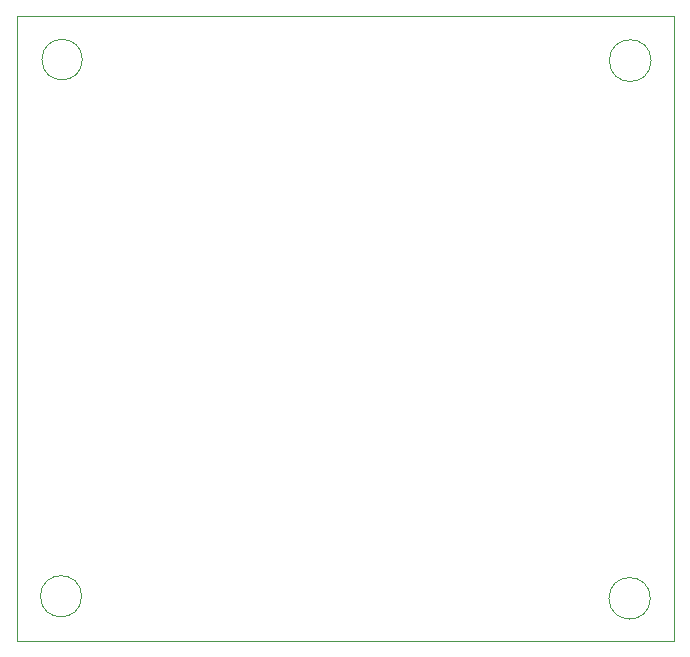
<source format=gbr>
%TF.GenerationSoftware,KiCad,Pcbnew,9.0.5*%
%TF.CreationDate,2025-11-11T16:31:38-05:00*%
%TF.ProjectId,Base_station_PCB_V0.3.1,42617365-5f73-4746-9174-696f6e5f5043,rev?*%
%TF.SameCoordinates,Original*%
%TF.FileFunction,Profile,NP*%
%FSLAX46Y46*%
G04 Gerber Fmt 4.6, Leading zero omitted, Abs format (unit mm)*
G04 Created by KiCad (PCBNEW 9.0.5) date 2025-11-11 16:31:38*
%MOMM*%
%LPD*%
G01*
G04 APERTURE LIST*
%TA.AperFunction,Profile*%
%ADD10C,0.050000*%
%TD*%
G04 APERTURE END LIST*
D10*
X143345050Y-114540000D02*
G75*
G02*
X139834950Y-114540000I-1755050J0D01*
G01*
X139834950Y-114540000D02*
G75*
G02*
X143345050Y-114540000I1755050J0D01*
G01*
X95192326Y-114370000D02*
G75*
G02*
X91707674Y-114370000I-1742326J0D01*
G01*
X91707674Y-114370000D02*
G75*
G02*
X95192326Y-114370000I1742326J0D01*
G01*
X143409633Y-69020000D02*
G75*
G02*
X139870367Y-69020000I-1769633J0D01*
G01*
X139870367Y-69020000D02*
G75*
G02*
X143409633Y-69020000I1769633J0D01*
G01*
X95252921Y-68930000D02*
G75*
G02*
X91827079Y-68930000I-1712921J0D01*
G01*
X91827079Y-68930000D02*
G75*
G02*
X95252921Y-68930000I1712921J0D01*
G01*
X89700000Y-65210000D02*
X145330000Y-65210000D01*
X145330000Y-118160000D01*
X89700000Y-118160000D01*
X89700000Y-65210000D01*
M02*

</source>
